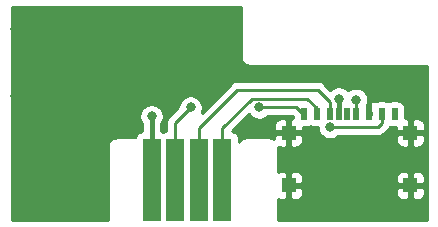
<source format=gtl>
G04 #@! TF.GenerationSoftware,KiCad,Pcbnew,(5.1.0)-1*
G04 #@! TF.CreationDate,2019-05-17T10:18:47-04:00*
G04 #@! TF.ProjectId,gc_sp2,67635f73-7032-42e6-9b69-6361645f7063,rev?*
G04 #@! TF.SameCoordinates,Original*
G04 #@! TF.FileFunction,Copper,L1,Top*
G04 #@! TF.FilePolarity,Positive*
%FSLAX46Y46*%
G04 Gerber Fmt 4.6, Leading zero omitted, Abs format (unit mm)*
G04 Created by KiCad (PCBNEW (5.1.0)-1) date 2019-05-17 10:18:47*
%MOMM*%
%LPD*%
G04 APERTURE LIST*
%ADD10R,1.500000X7.000000*%
%ADD11R,0.500000X1.000000*%
%ADD12R,1.200000X1.200000*%
%ADD13C,0.800000*%
%ADD14C,0.400000*%
%ADD15C,0.250000*%
%ADD16C,0.254000*%
G04 APERTURE END LIST*
D10*
X75500000Y-115900000D03*
X77500000Y-115900000D03*
X79500000Y-115900000D03*
X81500000Y-115900000D03*
D11*
X96100000Y-110300000D03*
X95000000Y-110300000D03*
X93900000Y-110300000D03*
X92800000Y-110300000D03*
X92050000Y-110300000D03*
X91350000Y-110300000D03*
X90600000Y-110300000D03*
X89500000Y-110300000D03*
X88400000Y-110300000D03*
D12*
X87100000Y-111910000D03*
X87100000Y-116360000D03*
X97400000Y-111910000D03*
X97400000Y-116360000D03*
D13*
X75500000Y-110500000D03*
X91350000Y-109000000D03*
X64050000Y-116250000D03*
X70000000Y-116250000D03*
X63950000Y-108750000D03*
X70000000Y-108750000D03*
X63950000Y-103100000D03*
X70000000Y-103100000D03*
X77250000Y-103050000D03*
X84400000Y-112000000D03*
X97350000Y-107300000D03*
X84600000Y-109750000D03*
X78800000Y-109750000D03*
X92800000Y-109100000D03*
X90600000Y-111400000D03*
D14*
X75500000Y-110500000D02*
X75500000Y-116250000D01*
X91350000Y-109050000D02*
X91350000Y-110300000D01*
D15*
X88300000Y-110300000D02*
X88400000Y-110300000D01*
X84600000Y-109750000D02*
X87750000Y-109750000D01*
X87750000Y-109750000D02*
X88300000Y-110300000D01*
X77500000Y-111050000D02*
X77500000Y-116250000D01*
X78800000Y-109750000D02*
X77500000Y-111050000D01*
X92800000Y-109100000D02*
X92800000Y-110300000D01*
X90600000Y-111400000D02*
X94700000Y-111400000D01*
X95000000Y-111100000D02*
X95000000Y-110300000D01*
X94700000Y-111400000D02*
X95000000Y-111100000D01*
X79500000Y-111500000D02*
X82750000Y-108250000D01*
X79500000Y-116250000D02*
X79500000Y-111500000D01*
X90600000Y-110300000D02*
X90600000Y-109275000D01*
X89575000Y-108250000D02*
X82750000Y-108250000D01*
X90600000Y-109275000D02*
X89575000Y-108250000D01*
X89500000Y-109800000D02*
X89500000Y-110300000D01*
X88700000Y-109000000D02*
X89500000Y-109800000D01*
X84000000Y-109000000D02*
X88700000Y-109000000D01*
X81500000Y-116250000D02*
X81500000Y-111500000D01*
X81500000Y-111500000D02*
X84000000Y-109000000D01*
D16*
G36*
X83040000Y-105465123D02*
G01*
X83036565Y-105500000D01*
X83050273Y-105639184D01*
X83090872Y-105773020D01*
X83156800Y-105896363D01*
X83245525Y-106004475D01*
X83353637Y-106093200D01*
X83476980Y-106159128D01*
X83610816Y-106199727D01*
X83750000Y-106213435D01*
X83784877Y-106210000D01*
X98790000Y-106210000D01*
X98790001Y-119290000D01*
X86210000Y-119290000D01*
X86210000Y-117525010D01*
X86255820Y-117549502D01*
X86375518Y-117585812D01*
X86500000Y-117598072D01*
X86814250Y-117595000D01*
X86973000Y-117436250D01*
X86973000Y-116487000D01*
X87227000Y-116487000D01*
X87227000Y-117436250D01*
X87385750Y-117595000D01*
X87700000Y-117598072D01*
X87824482Y-117585812D01*
X87944180Y-117549502D01*
X88054494Y-117490537D01*
X88151185Y-117411185D01*
X88230537Y-117314494D01*
X88289502Y-117204180D01*
X88325812Y-117084482D01*
X88338072Y-116960000D01*
X96161928Y-116960000D01*
X96174188Y-117084482D01*
X96210498Y-117204180D01*
X96269463Y-117314494D01*
X96348815Y-117411185D01*
X96445506Y-117490537D01*
X96555820Y-117549502D01*
X96675518Y-117585812D01*
X96800000Y-117598072D01*
X97114250Y-117595000D01*
X97273000Y-117436250D01*
X97273000Y-116487000D01*
X97527000Y-116487000D01*
X97527000Y-117436250D01*
X97685750Y-117595000D01*
X98000000Y-117598072D01*
X98124482Y-117585812D01*
X98244180Y-117549502D01*
X98354494Y-117490537D01*
X98451185Y-117411185D01*
X98530537Y-117314494D01*
X98589502Y-117204180D01*
X98625812Y-117084482D01*
X98638072Y-116960000D01*
X98635000Y-116645750D01*
X98476250Y-116487000D01*
X97527000Y-116487000D01*
X97273000Y-116487000D01*
X96323750Y-116487000D01*
X96165000Y-116645750D01*
X96161928Y-116960000D01*
X88338072Y-116960000D01*
X88335000Y-116645750D01*
X88176250Y-116487000D01*
X87227000Y-116487000D01*
X86973000Y-116487000D01*
X86953000Y-116487000D01*
X86953000Y-116233000D01*
X86973000Y-116233000D01*
X86973000Y-115283750D01*
X87227000Y-115283750D01*
X87227000Y-116233000D01*
X88176250Y-116233000D01*
X88335000Y-116074250D01*
X88338072Y-115760000D01*
X96161928Y-115760000D01*
X96165000Y-116074250D01*
X96323750Y-116233000D01*
X97273000Y-116233000D01*
X97273000Y-115283750D01*
X97527000Y-115283750D01*
X97527000Y-116233000D01*
X98476250Y-116233000D01*
X98635000Y-116074250D01*
X98638072Y-115760000D01*
X98625812Y-115635518D01*
X98589502Y-115515820D01*
X98530537Y-115405506D01*
X98451185Y-115308815D01*
X98354494Y-115229463D01*
X98244180Y-115170498D01*
X98124482Y-115134188D01*
X98000000Y-115121928D01*
X97685750Y-115125000D01*
X97527000Y-115283750D01*
X97273000Y-115283750D01*
X97114250Y-115125000D01*
X96800000Y-115121928D01*
X96675518Y-115134188D01*
X96555820Y-115170498D01*
X96445506Y-115229463D01*
X96348815Y-115308815D01*
X96269463Y-115405506D01*
X96210498Y-115515820D01*
X96174188Y-115635518D01*
X96161928Y-115760000D01*
X88338072Y-115760000D01*
X88325812Y-115635518D01*
X88289502Y-115515820D01*
X88230537Y-115405506D01*
X88151185Y-115308815D01*
X88054494Y-115229463D01*
X87944180Y-115170498D01*
X87824482Y-115134188D01*
X87700000Y-115121928D01*
X87385750Y-115125000D01*
X87227000Y-115283750D01*
X86973000Y-115283750D01*
X86814250Y-115125000D01*
X86500000Y-115121928D01*
X86375518Y-115134188D01*
X86255820Y-115170498D01*
X86210000Y-115194990D01*
X86210000Y-113075010D01*
X86255820Y-113099502D01*
X86375518Y-113135812D01*
X86500000Y-113148072D01*
X86814250Y-113145000D01*
X86973000Y-112986250D01*
X86973000Y-112037000D01*
X87227000Y-112037000D01*
X87227000Y-112986250D01*
X87385750Y-113145000D01*
X87700000Y-113148072D01*
X87824482Y-113135812D01*
X87944180Y-113099502D01*
X88054494Y-113040537D01*
X88151185Y-112961185D01*
X88230537Y-112864494D01*
X88289502Y-112754180D01*
X88325812Y-112634482D01*
X88338072Y-112510000D01*
X96161928Y-112510000D01*
X96174188Y-112634482D01*
X96210498Y-112754180D01*
X96269463Y-112864494D01*
X96348815Y-112961185D01*
X96445506Y-113040537D01*
X96555820Y-113099502D01*
X96675518Y-113135812D01*
X96800000Y-113148072D01*
X97114250Y-113145000D01*
X97273000Y-112986250D01*
X97273000Y-112037000D01*
X97527000Y-112037000D01*
X97527000Y-112986250D01*
X97685750Y-113145000D01*
X98000000Y-113148072D01*
X98124482Y-113135812D01*
X98244180Y-113099502D01*
X98354494Y-113040537D01*
X98451185Y-112961185D01*
X98530537Y-112864494D01*
X98589502Y-112754180D01*
X98625812Y-112634482D01*
X98638072Y-112510000D01*
X98635000Y-112195750D01*
X98476250Y-112037000D01*
X97527000Y-112037000D01*
X97273000Y-112037000D01*
X96323750Y-112037000D01*
X96165000Y-112195750D01*
X96161928Y-112510000D01*
X88338072Y-112510000D01*
X88335000Y-112195750D01*
X88176250Y-112037000D01*
X87227000Y-112037000D01*
X86973000Y-112037000D01*
X86023750Y-112037000D01*
X85865000Y-112195750D01*
X85863111Y-112389026D01*
X85773020Y-112340872D01*
X85639184Y-112300273D01*
X85534877Y-112290000D01*
X85500000Y-112286565D01*
X85465123Y-112290000D01*
X83534877Y-112290000D01*
X83500000Y-112286565D01*
X83465123Y-112290000D01*
X83360816Y-112300273D01*
X83226980Y-112340872D01*
X83103637Y-112406800D01*
X82995525Y-112495525D01*
X82906800Y-112603637D01*
X82888072Y-112638675D01*
X82888072Y-112400000D01*
X82875812Y-112275518D01*
X82839502Y-112155820D01*
X82780537Y-112045506D01*
X82701185Y-111948815D01*
X82604494Y-111869463D01*
X82494180Y-111810498D01*
X82374482Y-111774188D01*
X82307236Y-111767565D01*
X82764801Y-111310000D01*
X85861928Y-111310000D01*
X85865000Y-111624250D01*
X86023750Y-111783000D01*
X86973000Y-111783000D01*
X86973000Y-110833750D01*
X86814250Y-110675000D01*
X86500000Y-110671928D01*
X86375518Y-110684188D01*
X86255820Y-110720498D01*
X86145506Y-110779463D01*
X86048815Y-110858815D01*
X85969463Y-110955506D01*
X85910498Y-111065820D01*
X85874188Y-111185518D01*
X85861928Y-111310000D01*
X82764801Y-111310000D01*
X83743578Y-110331224D01*
X83796063Y-110409774D01*
X83940226Y-110553937D01*
X84109744Y-110667205D01*
X84298102Y-110745226D01*
X84498061Y-110785000D01*
X84701939Y-110785000D01*
X84901898Y-110745226D01*
X85090256Y-110667205D01*
X85259774Y-110553937D01*
X85303711Y-110510000D01*
X87435198Y-110510000D01*
X87511928Y-110586730D01*
X87511928Y-110673767D01*
X87385750Y-110675000D01*
X87227000Y-110833750D01*
X87227000Y-111783000D01*
X88176250Y-111783000D01*
X88335000Y-111624250D01*
X88336820Y-111438072D01*
X88650000Y-111438072D01*
X88774482Y-111425812D01*
X88894180Y-111389502D01*
X88950000Y-111359665D01*
X89005820Y-111389502D01*
X89125518Y-111425812D01*
X89250000Y-111438072D01*
X89565000Y-111438072D01*
X89565000Y-111501939D01*
X89604774Y-111701898D01*
X89682795Y-111890256D01*
X89796063Y-112059774D01*
X89940226Y-112203937D01*
X90109744Y-112317205D01*
X90298102Y-112395226D01*
X90498061Y-112435000D01*
X90701939Y-112435000D01*
X90901898Y-112395226D01*
X91090256Y-112317205D01*
X91259774Y-112203937D01*
X91303711Y-112160000D01*
X94662678Y-112160000D01*
X94700000Y-112163676D01*
X94737322Y-112160000D01*
X94737333Y-112160000D01*
X94848986Y-112149003D01*
X94992247Y-112105546D01*
X95124276Y-112034974D01*
X95240001Y-111940001D01*
X95263804Y-111910997D01*
X95510998Y-111663803D01*
X95540001Y-111640001D01*
X95634974Y-111524276D01*
X95692895Y-111415916D01*
X95725518Y-111425812D01*
X95850000Y-111438072D01*
X96163180Y-111438072D01*
X96165000Y-111624250D01*
X96323750Y-111783000D01*
X97273000Y-111783000D01*
X97273000Y-110833750D01*
X97527000Y-110833750D01*
X97527000Y-111783000D01*
X98476250Y-111783000D01*
X98635000Y-111624250D01*
X98638072Y-111310000D01*
X98625812Y-111185518D01*
X98589502Y-111065820D01*
X98530537Y-110955506D01*
X98451185Y-110858815D01*
X98354494Y-110779463D01*
X98244180Y-110720498D01*
X98124482Y-110684188D01*
X98000000Y-110671928D01*
X97685750Y-110675000D01*
X97527000Y-110833750D01*
X97273000Y-110833750D01*
X97114250Y-110675000D01*
X96988072Y-110673767D01*
X96988072Y-109800000D01*
X96975812Y-109675518D01*
X96939502Y-109555820D01*
X96880537Y-109445506D01*
X96801185Y-109348815D01*
X96704494Y-109269463D01*
X96594180Y-109210498D01*
X96474482Y-109174188D01*
X96350000Y-109161928D01*
X95850000Y-109161928D01*
X95725518Y-109174188D01*
X95605820Y-109210498D01*
X95550000Y-109240335D01*
X95494180Y-109210498D01*
X95374482Y-109174188D01*
X95250000Y-109161928D01*
X94750000Y-109161928D01*
X94625518Y-109174188D01*
X94505820Y-109210498D01*
X94450110Y-109240276D01*
X94405579Y-109215350D01*
X94286609Y-109176723D01*
X94181750Y-109165000D01*
X94023000Y-109323750D01*
X94023000Y-110173000D01*
X94047000Y-110173000D01*
X94047000Y-110427000D01*
X94023000Y-110427000D01*
X94023000Y-110447000D01*
X93777000Y-110447000D01*
X93777000Y-110427000D01*
X93753000Y-110427000D01*
X93753000Y-110173000D01*
X93777000Y-110173000D01*
X93777000Y-109445899D01*
X93795226Y-109401898D01*
X93835000Y-109201939D01*
X93835000Y-108998061D01*
X93795226Y-108798102D01*
X93717205Y-108609744D01*
X93603937Y-108440226D01*
X93459774Y-108296063D01*
X93290256Y-108182795D01*
X93101898Y-108104774D01*
X92901939Y-108065000D01*
X92698061Y-108065000D01*
X92498102Y-108104774D01*
X92309744Y-108182795D01*
X92140226Y-108296063D01*
X92125000Y-108311289D01*
X92009774Y-108196063D01*
X91840256Y-108082795D01*
X91651898Y-108004774D01*
X91451939Y-107965000D01*
X91248061Y-107965000D01*
X91048102Y-108004774D01*
X90859744Y-108082795D01*
X90690226Y-108196063D01*
X90643045Y-108243244D01*
X90138804Y-107739002D01*
X90115001Y-107709999D01*
X89999276Y-107615026D01*
X89867247Y-107544454D01*
X89723986Y-107500997D01*
X89612333Y-107490000D01*
X89612322Y-107490000D01*
X89575000Y-107486324D01*
X89537678Y-107490000D01*
X82787322Y-107490000D01*
X82749999Y-107486324D01*
X82712676Y-107490000D01*
X82712667Y-107490000D01*
X82601014Y-107500997D01*
X82457753Y-107544454D01*
X82325723Y-107615026D01*
X82242083Y-107683668D01*
X82209999Y-107709999D01*
X82186201Y-107738997D01*
X79740018Y-110185181D01*
X79795226Y-110051898D01*
X79835000Y-109851939D01*
X79835000Y-109648061D01*
X79795226Y-109448102D01*
X79717205Y-109259744D01*
X79603937Y-109090226D01*
X79459774Y-108946063D01*
X79290256Y-108832795D01*
X79101898Y-108754774D01*
X78901939Y-108715000D01*
X78698061Y-108715000D01*
X78498102Y-108754774D01*
X78309744Y-108832795D01*
X78140226Y-108946063D01*
X77996063Y-109090226D01*
X77882795Y-109259744D01*
X77804774Y-109448102D01*
X77765000Y-109648061D01*
X77765000Y-109710198D01*
X76989003Y-110486196D01*
X76959999Y-110509999D01*
X76915948Y-110563676D01*
X76865026Y-110625724D01*
X76805909Y-110736323D01*
X76794454Y-110757754D01*
X76750997Y-110901015D01*
X76740000Y-111012668D01*
X76740000Y-111012678D01*
X76736324Y-111050000D01*
X76740000Y-111087323D01*
X76740000Y-111762913D01*
X76625518Y-111774188D01*
X76505820Y-111810498D01*
X76500000Y-111813609D01*
X76494180Y-111810498D01*
X76374482Y-111774188D01*
X76335000Y-111770299D01*
X76335000Y-111113285D01*
X76417205Y-110990256D01*
X76495226Y-110801898D01*
X76535000Y-110601939D01*
X76535000Y-110398061D01*
X76495226Y-110198102D01*
X76417205Y-110009744D01*
X76303937Y-109840226D01*
X76159774Y-109696063D01*
X75990256Y-109582795D01*
X75801898Y-109504774D01*
X75601939Y-109465000D01*
X75398061Y-109465000D01*
X75198102Y-109504774D01*
X75009744Y-109582795D01*
X74840226Y-109696063D01*
X74696063Y-109840226D01*
X74582795Y-110009744D01*
X74504774Y-110198102D01*
X74465000Y-110398061D01*
X74465000Y-110601939D01*
X74504774Y-110801898D01*
X74582795Y-110990256D01*
X74665000Y-111113285D01*
X74665000Y-111770299D01*
X74625518Y-111774188D01*
X74505820Y-111810498D01*
X74395506Y-111869463D01*
X74298815Y-111948815D01*
X74219463Y-112045506D01*
X74160498Y-112155820D01*
X74124188Y-112275518D01*
X74122762Y-112290000D01*
X72534877Y-112290000D01*
X72500000Y-112286565D01*
X72465123Y-112290000D01*
X72360816Y-112300273D01*
X72226980Y-112340872D01*
X72103637Y-112406800D01*
X71995525Y-112495525D01*
X71906800Y-112603637D01*
X71840872Y-112726980D01*
X71800273Y-112860816D01*
X71786565Y-113000000D01*
X71790001Y-113034887D01*
X71790000Y-119290000D01*
X63710000Y-119290000D01*
X63710000Y-101210000D01*
X83040001Y-101210000D01*
X83040000Y-105465123D01*
X83040000Y-105465123D01*
G37*
X83040000Y-105465123D02*
X83036565Y-105500000D01*
X83050273Y-105639184D01*
X83090872Y-105773020D01*
X83156800Y-105896363D01*
X83245525Y-106004475D01*
X83353637Y-106093200D01*
X83476980Y-106159128D01*
X83610816Y-106199727D01*
X83750000Y-106213435D01*
X83784877Y-106210000D01*
X98790000Y-106210000D01*
X98790001Y-119290000D01*
X86210000Y-119290000D01*
X86210000Y-117525010D01*
X86255820Y-117549502D01*
X86375518Y-117585812D01*
X86500000Y-117598072D01*
X86814250Y-117595000D01*
X86973000Y-117436250D01*
X86973000Y-116487000D01*
X87227000Y-116487000D01*
X87227000Y-117436250D01*
X87385750Y-117595000D01*
X87700000Y-117598072D01*
X87824482Y-117585812D01*
X87944180Y-117549502D01*
X88054494Y-117490537D01*
X88151185Y-117411185D01*
X88230537Y-117314494D01*
X88289502Y-117204180D01*
X88325812Y-117084482D01*
X88338072Y-116960000D01*
X96161928Y-116960000D01*
X96174188Y-117084482D01*
X96210498Y-117204180D01*
X96269463Y-117314494D01*
X96348815Y-117411185D01*
X96445506Y-117490537D01*
X96555820Y-117549502D01*
X96675518Y-117585812D01*
X96800000Y-117598072D01*
X97114250Y-117595000D01*
X97273000Y-117436250D01*
X97273000Y-116487000D01*
X97527000Y-116487000D01*
X97527000Y-117436250D01*
X97685750Y-117595000D01*
X98000000Y-117598072D01*
X98124482Y-117585812D01*
X98244180Y-117549502D01*
X98354494Y-117490537D01*
X98451185Y-117411185D01*
X98530537Y-117314494D01*
X98589502Y-117204180D01*
X98625812Y-117084482D01*
X98638072Y-116960000D01*
X98635000Y-116645750D01*
X98476250Y-116487000D01*
X97527000Y-116487000D01*
X97273000Y-116487000D01*
X96323750Y-116487000D01*
X96165000Y-116645750D01*
X96161928Y-116960000D01*
X88338072Y-116960000D01*
X88335000Y-116645750D01*
X88176250Y-116487000D01*
X87227000Y-116487000D01*
X86973000Y-116487000D01*
X86953000Y-116487000D01*
X86953000Y-116233000D01*
X86973000Y-116233000D01*
X86973000Y-115283750D01*
X87227000Y-115283750D01*
X87227000Y-116233000D01*
X88176250Y-116233000D01*
X88335000Y-116074250D01*
X88338072Y-115760000D01*
X96161928Y-115760000D01*
X96165000Y-116074250D01*
X96323750Y-116233000D01*
X97273000Y-116233000D01*
X97273000Y-115283750D01*
X97527000Y-115283750D01*
X97527000Y-116233000D01*
X98476250Y-116233000D01*
X98635000Y-116074250D01*
X98638072Y-115760000D01*
X98625812Y-115635518D01*
X98589502Y-115515820D01*
X98530537Y-115405506D01*
X98451185Y-115308815D01*
X98354494Y-115229463D01*
X98244180Y-115170498D01*
X98124482Y-115134188D01*
X98000000Y-115121928D01*
X97685750Y-115125000D01*
X97527000Y-115283750D01*
X97273000Y-115283750D01*
X97114250Y-115125000D01*
X96800000Y-115121928D01*
X96675518Y-115134188D01*
X96555820Y-115170498D01*
X96445506Y-115229463D01*
X96348815Y-115308815D01*
X96269463Y-115405506D01*
X96210498Y-115515820D01*
X96174188Y-115635518D01*
X96161928Y-115760000D01*
X88338072Y-115760000D01*
X88325812Y-115635518D01*
X88289502Y-115515820D01*
X88230537Y-115405506D01*
X88151185Y-115308815D01*
X88054494Y-115229463D01*
X87944180Y-115170498D01*
X87824482Y-115134188D01*
X87700000Y-115121928D01*
X87385750Y-115125000D01*
X87227000Y-115283750D01*
X86973000Y-115283750D01*
X86814250Y-115125000D01*
X86500000Y-115121928D01*
X86375518Y-115134188D01*
X86255820Y-115170498D01*
X86210000Y-115194990D01*
X86210000Y-113075010D01*
X86255820Y-113099502D01*
X86375518Y-113135812D01*
X86500000Y-113148072D01*
X86814250Y-113145000D01*
X86973000Y-112986250D01*
X86973000Y-112037000D01*
X87227000Y-112037000D01*
X87227000Y-112986250D01*
X87385750Y-113145000D01*
X87700000Y-113148072D01*
X87824482Y-113135812D01*
X87944180Y-113099502D01*
X88054494Y-113040537D01*
X88151185Y-112961185D01*
X88230537Y-112864494D01*
X88289502Y-112754180D01*
X88325812Y-112634482D01*
X88338072Y-112510000D01*
X96161928Y-112510000D01*
X96174188Y-112634482D01*
X96210498Y-112754180D01*
X96269463Y-112864494D01*
X96348815Y-112961185D01*
X96445506Y-113040537D01*
X96555820Y-113099502D01*
X96675518Y-113135812D01*
X96800000Y-113148072D01*
X97114250Y-113145000D01*
X97273000Y-112986250D01*
X97273000Y-112037000D01*
X97527000Y-112037000D01*
X97527000Y-112986250D01*
X97685750Y-113145000D01*
X98000000Y-113148072D01*
X98124482Y-113135812D01*
X98244180Y-113099502D01*
X98354494Y-113040537D01*
X98451185Y-112961185D01*
X98530537Y-112864494D01*
X98589502Y-112754180D01*
X98625812Y-112634482D01*
X98638072Y-112510000D01*
X98635000Y-112195750D01*
X98476250Y-112037000D01*
X97527000Y-112037000D01*
X97273000Y-112037000D01*
X96323750Y-112037000D01*
X96165000Y-112195750D01*
X96161928Y-112510000D01*
X88338072Y-112510000D01*
X88335000Y-112195750D01*
X88176250Y-112037000D01*
X87227000Y-112037000D01*
X86973000Y-112037000D01*
X86023750Y-112037000D01*
X85865000Y-112195750D01*
X85863111Y-112389026D01*
X85773020Y-112340872D01*
X85639184Y-112300273D01*
X85534877Y-112290000D01*
X85500000Y-112286565D01*
X85465123Y-112290000D01*
X83534877Y-112290000D01*
X83500000Y-112286565D01*
X83465123Y-112290000D01*
X83360816Y-112300273D01*
X83226980Y-112340872D01*
X83103637Y-112406800D01*
X82995525Y-112495525D01*
X82906800Y-112603637D01*
X82888072Y-112638675D01*
X82888072Y-112400000D01*
X82875812Y-112275518D01*
X82839502Y-112155820D01*
X82780537Y-112045506D01*
X82701185Y-111948815D01*
X82604494Y-111869463D01*
X82494180Y-111810498D01*
X82374482Y-111774188D01*
X82307236Y-111767565D01*
X82764801Y-111310000D01*
X85861928Y-111310000D01*
X85865000Y-111624250D01*
X86023750Y-111783000D01*
X86973000Y-111783000D01*
X86973000Y-110833750D01*
X86814250Y-110675000D01*
X86500000Y-110671928D01*
X86375518Y-110684188D01*
X86255820Y-110720498D01*
X86145506Y-110779463D01*
X86048815Y-110858815D01*
X85969463Y-110955506D01*
X85910498Y-111065820D01*
X85874188Y-111185518D01*
X85861928Y-111310000D01*
X82764801Y-111310000D01*
X83743578Y-110331224D01*
X83796063Y-110409774D01*
X83940226Y-110553937D01*
X84109744Y-110667205D01*
X84298102Y-110745226D01*
X84498061Y-110785000D01*
X84701939Y-110785000D01*
X84901898Y-110745226D01*
X85090256Y-110667205D01*
X85259774Y-110553937D01*
X85303711Y-110510000D01*
X87435198Y-110510000D01*
X87511928Y-110586730D01*
X87511928Y-110673767D01*
X87385750Y-110675000D01*
X87227000Y-110833750D01*
X87227000Y-111783000D01*
X88176250Y-111783000D01*
X88335000Y-111624250D01*
X88336820Y-111438072D01*
X88650000Y-111438072D01*
X88774482Y-111425812D01*
X88894180Y-111389502D01*
X88950000Y-111359665D01*
X89005820Y-111389502D01*
X89125518Y-111425812D01*
X89250000Y-111438072D01*
X89565000Y-111438072D01*
X89565000Y-111501939D01*
X89604774Y-111701898D01*
X89682795Y-111890256D01*
X89796063Y-112059774D01*
X89940226Y-112203937D01*
X90109744Y-112317205D01*
X90298102Y-112395226D01*
X90498061Y-112435000D01*
X90701939Y-112435000D01*
X90901898Y-112395226D01*
X91090256Y-112317205D01*
X91259774Y-112203937D01*
X91303711Y-112160000D01*
X94662678Y-112160000D01*
X94700000Y-112163676D01*
X94737322Y-112160000D01*
X94737333Y-112160000D01*
X94848986Y-112149003D01*
X94992247Y-112105546D01*
X95124276Y-112034974D01*
X95240001Y-111940001D01*
X95263804Y-111910997D01*
X95510998Y-111663803D01*
X95540001Y-111640001D01*
X95634974Y-111524276D01*
X95692895Y-111415916D01*
X95725518Y-111425812D01*
X95850000Y-111438072D01*
X96163180Y-111438072D01*
X96165000Y-111624250D01*
X96323750Y-111783000D01*
X97273000Y-111783000D01*
X97273000Y-110833750D01*
X97527000Y-110833750D01*
X97527000Y-111783000D01*
X98476250Y-111783000D01*
X98635000Y-111624250D01*
X98638072Y-111310000D01*
X98625812Y-111185518D01*
X98589502Y-111065820D01*
X98530537Y-110955506D01*
X98451185Y-110858815D01*
X98354494Y-110779463D01*
X98244180Y-110720498D01*
X98124482Y-110684188D01*
X98000000Y-110671928D01*
X97685750Y-110675000D01*
X97527000Y-110833750D01*
X97273000Y-110833750D01*
X97114250Y-110675000D01*
X96988072Y-110673767D01*
X96988072Y-109800000D01*
X96975812Y-109675518D01*
X96939502Y-109555820D01*
X96880537Y-109445506D01*
X96801185Y-109348815D01*
X96704494Y-109269463D01*
X96594180Y-109210498D01*
X96474482Y-109174188D01*
X96350000Y-109161928D01*
X95850000Y-109161928D01*
X95725518Y-109174188D01*
X95605820Y-109210498D01*
X95550000Y-109240335D01*
X95494180Y-109210498D01*
X95374482Y-109174188D01*
X95250000Y-109161928D01*
X94750000Y-109161928D01*
X94625518Y-109174188D01*
X94505820Y-109210498D01*
X94450110Y-109240276D01*
X94405579Y-109215350D01*
X94286609Y-109176723D01*
X94181750Y-109165000D01*
X94023000Y-109323750D01*
X94023000Y-110173000D01*
X94047000Y-110173000D01*
X94047000Y-110427000D01*
X94023000Y-110427000D01*
X94023000Y-110447000D01*
X93777000Y-110447000D01*
X93777000Y-110427000D01*
X93753000Y-110427000D01*
X93753000Y-110173000D01*
X93777000Y-110173000D01*
X93777000Y-109445899D01*
X93795226Y-109401898D01*
X93835000Y-109201939D01*
X93835000Y-108998061D01*
X93795226Y-108798102D01*
X93717205Y-108609744D01*
X93603937Y-108440226D01*
X93459774Y-108296063D01*
X93290256Y-108182795D01*
X93101898Y-108104774D01*
X92901939Y-108065000D01*
X92698061Y-108065000D01*
X92498102Y-108104774D01*
X92309744Y-108182795D01*
X92140226Y-108296063D01*
X92125000Y-108311289D01*
X92009774Y-108196063D01*
X91840256Y-108082795D01*
X91651898Y-108004774D01*
X91451939Y-107965000D01*
X91248061Y-107965000D01*
X91048102Y-108004774D01*
X90859744Y-108082795D01*
X90690226Y-108196063D01*
X90643045Y-108243244D01*
X90138804Y-107739002D01*
X90115001Y-107709999D01*
X89999276Y-107615026D01*
X89867247Y-107544454D01*
X89723986Y-107500997D01*
X89612333Y-107490000D01*
X89612322Y-107490000D01*
X89575000Y-107486324D01*
X89537678Y-107490000D01*
X82787322Y-107490000D01*
X82749999Y-107486324D01*
X82712676Y-107490000D01*
X82712667Y-107490000D01*
X82601014Y-107500997D01*
X82457753Y-107544454D01*
X82325723Y-107615026D01*
X82242083Y-107683668D01*
X82209999Y-107709999D01*
X82186201Y-107738997D01*
X79740018Y-110185181D01*
X79795226Y-110051898D01*
X79835000Y-109851939D01*
X79835000Y-109648061D01*
X79795226Y-109448102D01*
X79717205Y-109259744D01*
X79603937Y-109090226D01*
X79459774Y-108946063D01*
X79290256Y-108832795D01*
X79101898Y-108754774D01*
X78901939Y-108715000D01*
X78698061Y-108715000D01*
X78498102Y-108754774D01*
X78309744Y-108832795D01*
X78140226Y-108946063D01*
X77996063Y-109090226D01*
X77882795Y-109259744D01*
X77804774Y-109448102D01*
X77765000Y-109648061D01*
X77765000Y-109710198D01*
X76989003Y-110486196D01*
X76959999Y-110509999D01*
X76915948Y-110563676D01*
X76865026Y-110625724D01*
X76805909Y-110736323D01*
X76794454Y-110757754D01*
X76750997Y-110901015D01*
X76740000Y-111012668D01*
X76740000Y-111012678D01*
X76736324Y-111050000D01*
X76740000Y-111087323D01*
X76740000Y-111762913D01*
X76625518Y-111774188D01*
X76505820Y-111810498D01*
X76500000Y-111813609D01*
X76494180Y-111810498D01*
X76374482Y-111774188D01*
X76335000Y-111770299D01*
X76335000Y-111113285D01*
X76417205Y-110990256D01*
X76495226Y-110801898D01*
X76535000Y-110601939D01*
X76535000Y-110398061D01*
X76495226Y-110198102D01*
X76417205Y-110009744D01*
X76303937Y-109840226D01*
X76159774Y-109696063D01*
X75990256Y-109582795D01*
X75801898Y-109504774D01*
X75601939Y-109465000D01*
X75398061Y-109465000D01*
X75198102Y-109504774D01*
X75009744Y-109582795D01*
X74840226Y-109696063D01*
X74696063Y-109840226D01*
X74582795Y-110009744D01*
X74504774Y-110198102D01*
X74465000Y-110398061D01*
X74465000Y-110601939D01*
X74504774Y-110801898D01*
X74582795Y-110990256D01*
X74665000Y-111113285D01*
X74665000Y-111770299D01*
X74625518Y-111774188D01*
X74505820Y-111810498D01*
X74395506Y-111869463D01*
X74298815Y-111948815D01*
X74219463Y-112045506D01*
X74160498Y-112155820D01*
X74124188Y-112275518D01*
X74122762Y-112290000D01*
X72534877Y-112290000D01*
X72500000Y-112286565D01*
X72465123Y-112290000D01*
X72360816Y-112300273D01*
X72226980Y-112340872D01*
X72103637Y-112406800D01*
X71995525Y-112495525D01*
X71906800Y-112603637D01*
X71840872Y-112726980D01*
X71800273Y-112860816D01*
X71786565Y-113000000D01*
X71790001Y-113034887D01*
X71790000Y-119290000D01*
X63710000Y-119290000D01*
X63710000Y-101210000D01*
X83040001Y-101210000D01*
X83040000Y-105465123D01*
M02*

</source>
